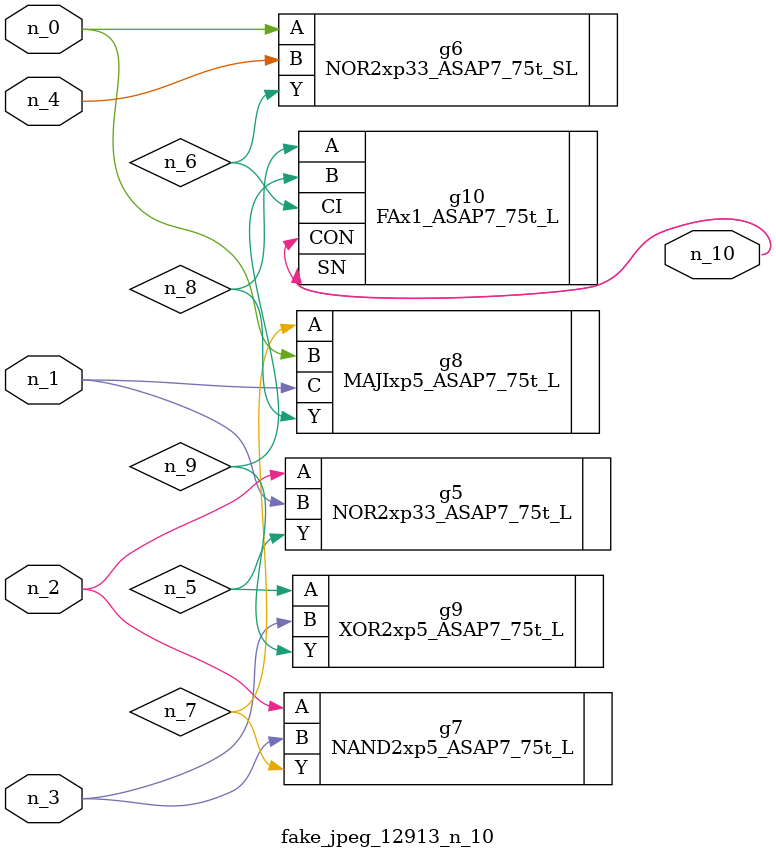
<source format=v>
module fake_jpeg_12913_n_10 (n_3, n_2, n_1, n_0, n_4, n_10);

input n_3;
input n_2;
input n_1;
input n_0;
input n_4;

output n_10;

wire n_8;
wire n_9;
wire n_6;
wire n_5;
wire n_7;

NOR2xp33_ASAP7_75t_L g5 ( 
.A(n_2),
.B(n_1),
.Y(n_5)
);

NOR2xp33_ASAP7_75t_SL g6 ( 
.A(n_0),
.B(n_4),
.Y(n_6)
);

NAND2xp5_ASAP7_75t_L g7 ( 
.A(n_2),
.B(n_3),
.Y(n_7)
);

MAJIxp5_ASAP7_75t_L g8 ( 
.A(n_7),
.B(n_0),
.C(n_1),
.Y(n_8)
);

FAx1_ASAP7_75t_L g10 ( 
.A(n_8),
.B(n_9),
.CI(n_6),
.CON(n_10),
.SN(n_10)
);

XOR2xp5_ASAP7_75t_L g9 ( 
.A(n_5),
.B(n_3),
.Y(n_9)
);


endmodule
</source>
